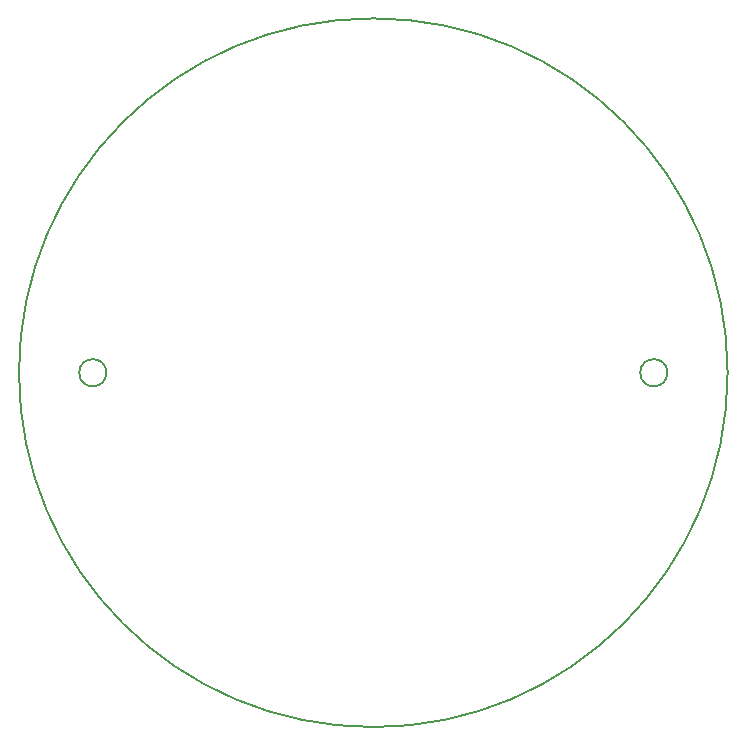
<source format=gm1>
%TF.GenerationSoftware,KiCad,Pcbnew,(5.99.0-11336-g5116fa6d12)*%
%TF.CreationDate,2021-07-16T01:57:22+02:00*%
%TF.ProjectId,LED_PCB_60mm,4c45445f-5043-4425-9f36-306d6d2e6b69,rev?*%
%TF.SameCoordinates,Original*%
%TF.FileFunction,Profile,NP*%
%FSLAX46Y46*%
G04 Gerber Fmt 4.6, Leading zero omitted, Abs format (unit mm)*
G04 Created by KiCad (PCBNEW (5.99.0-11336-g5116fa6d12)) date 2021-07-16 01:57:22*
%MOMM*%
%LPD*%
G01*
G04 APERTURE LIST*
%TA.AperFunction,Profile*%
%ADD10C,0.200000*%
%TD*%
G04 APERTURE END LIST*
D10*
X180242000Y-90170000D02*
G75*
G03*
X180242000Y-90170000I-30000000J0D01*
G01*
X175142000Y-90170000D02*
G75*
G03*
X175142000Y-90170000I-1150000J0D01*
G01*
X127642000Y-90170000D02*
G75*
G03*
X127642000Y-90170000I-1150000J0D01*
G01*
M02*

</source>
